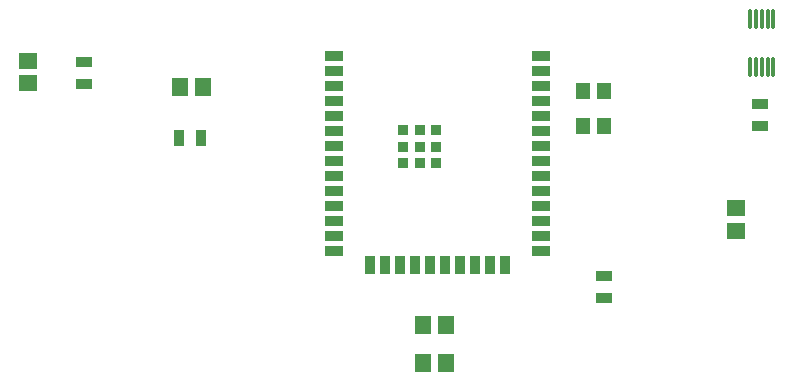
<source format=gtp>
G04*
G04 #@! TF.GenerationSoftware,Altium Limited,Altium Designer,24.9.1 (31)*
G04*
G04 Layer_Color=8421504*
%FSLAX44Y44*%
%MOMM*%
G71*
G04*
G04 #@! TF.SameCoordinates,0B797857-0A8E-427F-998E-046D245C4392*
G04*
G04*
G04 #@! TF.FilePolarity,Positive*
G04*
G01*
G75*
%ADD15R,1.4000X0.9500*%
%ADD16R,1.4986X0.8890*%
%ADD17R,0.8890X1.4986*%
%ADD18R,0.8890X0.8890*%
%ADD19R,1.3549X1.5562*%
%ADD20R,0.9500X1.4000*%
%ADD21O,0.3000X1.7000*%
%ADD22R,1.5562X1.3549*%
%ADD23R,1.1500X1.4500*%
%ADD24R,1.5562X1.4546*%
D15*
X652780Y285750D02*
D03*
Y304250D02*
D03*
X520700Y140250D02*
D03*
Y158750D02*
D03*
X80010Y339450D02*
D03*
Y320950D02*
D03*
D16*
X291960Y345170D02*
D03*
Y332470D02*
D03*
Y319770D02*
D03*
Y307070D02*
D03*
Y294370D02*
D03*
Y281670D02*
D03*
Y268970D02*
D03*
Y256270D02*
D03*
Y243570D02*
D03*
Y230870D02*
D03*
Y218170D02*
D03*
Y205470D02*
D03*
Y192770D02*
D03*
Y180070D02*
D03*
X466960D02*
D03*
Y192770D02*
D03*
Y205470D02*
D03*
Y218170D02*
D03*
Y230870D02*
D03*
Y243570D02*
D03*
Y256270D02*
D03*
Y268970D02*
D03*
Y281670D02*
D03*
Y294370D02*
D03*
Y307070D02*
D03*
Y319770D02*
D03*
Y332470D02*
D03*
Y345170D02*
D03*
D17*
X322310Y167570D02*
D03*
X335010D02*
D03*
X347710D02*
D03*
X360410D02*
D03*
X373110D02*
D03*
X385810D02*
D03*
X398510D02*
D03*
X411210D02*
D03*
X423910D02*
D03*
X436610D02*
D03*
D18*
X350460Y253970D02*
D03*
Y281970D02*
D03*
Y267970D02*
D03*
X378460Y253970D02*
D03*
X364460D02*
D03*
X378460Y267970D02*
D03*
Y281970D02*
D03*
X364460D02*
D03*
Y267970D02*
D03*
D19*
X161693Y318770D02*
D03*
X181206D02*
D03*
X367434Y116840D02*
D03*
X386946D02*
D03*
Y85090D02*
D03*
X367434D02*
D03*
D20*
X160930Y275590D02*
D03*
X179430D02*
D03*
D21*
X664050Y376100D02*
D03*
X659050D02*
D03*
X654050D02*
D03*
X649050D02*
D03*
X644050D02*
D03*
X664050Y335100D02*
D03*
X659050D02*
D03*
X654050D02*
D03*
X649050D02*
D03*
X644050D02*
D03*
D22*
X632460Y196850D02*
D03*
Y216363D02*
D03*
D23*
X503060Y285750D02*
D03*
X520560D02*
D03*
X503060Y314960D02*
D03*
X520560D02*
D03*
D24*
X33020Y340360D02*
D03*
Y321844D02*
D03*
M02*

</source>
